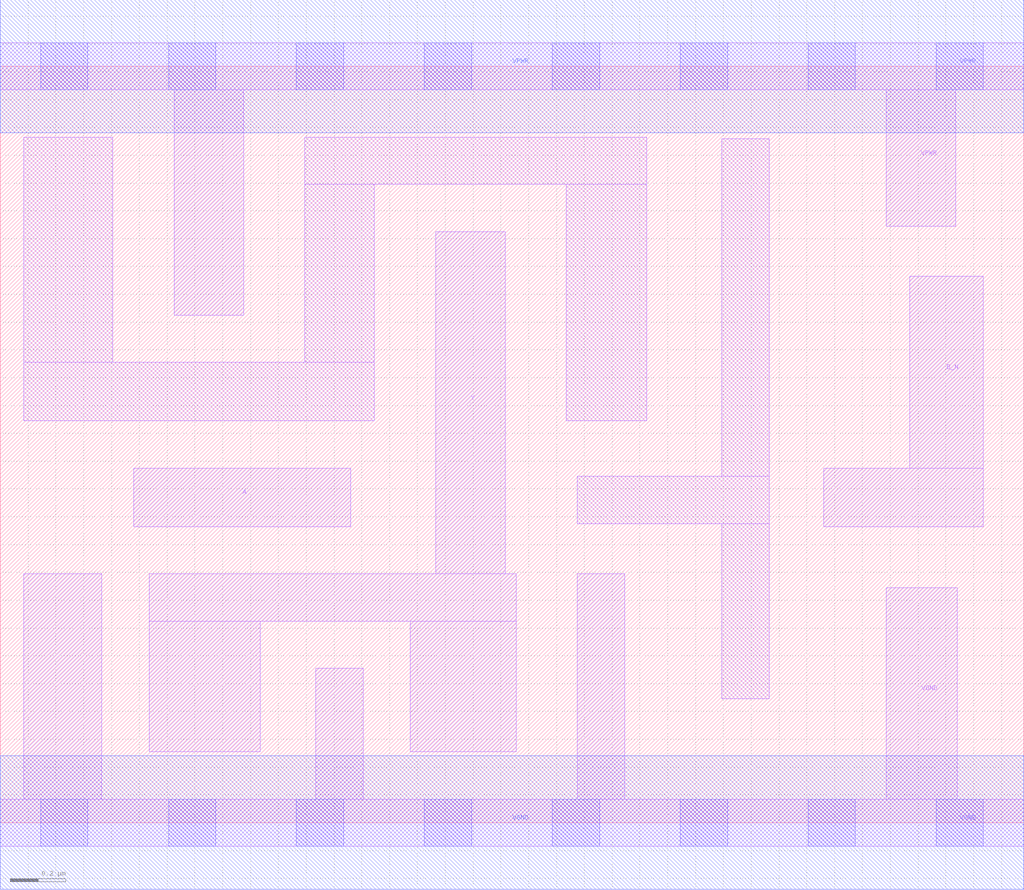
<source format=lef>
# Copyright 2020 The SkyWater PDK Authors
#
# Licensed under the Apache License, Version 2.0 (the "License");
# you may not use this file except in compliance with the License.
# You may obtain a copy of the License at
#
#     https://www.apache.org/licenses/LICENSE-2.0
#
# Unless required by applicable law or agreed to in writing, software
# distributed under the License is distributed on an "AS IS" BASIS,
# WITHOUT WARRANTIES OR CONDITIONS OF ANY KIND, either express or implied.
# See the License for the specific language governing permissions and
# limitations under the License.
#
# SPDX-License-Identifier: Apache-2.0

VERSION 5.7 ;
  NAMESCASESENSITIVE ON ;
  NOWIREEXTENSIONATPIN ON ;
  DIVIDERCHAR "/" ;
  BUSBITCHARS "[]" ;
UNITS
  DATABASE MICRONS 200 ;
END UNITS
PROPERTYDEFINITIONS
  MACRO maskLayoutSubType STRING ;
  MACRO prCellType STRING ;
  MACRO originalViewName STRING ;
END PROPERTYDEFINITIONS
MACRO sky130_fd_sc_hdll__nor2b_2
  CLASS CORE ;
  FOREIGN sky130_fd_sc_hdll__nor2b_2 ;
  ORIGIN  0.000000  0.000000 ;
  SIZE  3.680000 BY  2.720000 ;
  SYMMETRY X Y R90 ;
  SITE unithd ;
  PIN A
    ANTENNAGATEAREA  0.555000 ;
    DIRECTION INPUT ;
    USE SIGNAL ;
    PORT
      LAYER li1 ;
        RECT 0.480000 1.065000 1.260000 1.275000 ;
    END
  END A
  PIN B_N
    ANTENNAGATEAREA  0.138600 ;
    DIRECTION INPUT ;
    USE SIGNAL ;
    PORT
      LAYER li1 ;
        RECT 2.960000 1.065000 3.535000 1.275000 ;
        RECT 3.270000 1.275000 3.535000 1.965000 ;
    END
  END B_N
  PIN VGND
    ANTENNADIFFAREA  0.685950 ;
    DIRECTION INOUT ;
    USE SIGNAL ;
    PORT
      LAYER li1 ;
        RECT 0.000000 -0.085000 3.680000 0.085000 ;
        RECT 0.085000  0.085000 0.365000 0.895000 ;
        RECT 1.135000  0.085000 1.305000 0.555000 ;
        RECT 2.075000  0.085000 2.245000 0.895000 ;
        RECT 3.185000  0.085000 3.440000 0.845000 ;
      LAYER mcon ;
        RECT 0.145000 -0.085000 0.315000 0.085000 ;
        RECT 0.605000 -0.085000 0.775000 0.085000 ;
        RECT 1.065000 -0.085000 1.235000 0.085000 ;
        RECT 1.525000 -0.085000 1.695000 0.085000 ;
        RECT 1.985000 -0.085000 2.155000 0.085000 ;
        RECT 2.445000 -0.085000 2.615000 0.085000 ;
        RECT 2.905000 -0.085000 3.075000 0.085000 ;
        RECT 3.365000 -0.085000 3.535000 0.085000 ;
      LAYER met1 ;
        RECT 0.000000 -0.240000 3.680000 0.240000 ;
    END
  END VGND
  PIN VPWR
    ANTENNADIFFAREA  0.403400 ;
    DIRECTION INOUT ;
    USE SIGNAL ;
    PORT
      LAYER li1 ;
        RECT 0.000000 2.635000 3.680000 2.805000 ;
        RECT 0.625000 1.825000 0.875000 2.635000 ;
        RECT 3.185000 2.145000 3.435000 2.635000 ;
      LAYER mcon ;
        RECT 0.145000 2.635000 0.315000 2.805000 ;
        RECT 0.605000 2.635000 0.775000 2.805000 ;
        RECT 1.065000 2.635000 1.235000 2.805000 ;
        RECT 1.525000 2.635000 1.695000 2.805000 ;
        RECT 1.985000 2.635000 2.155000 2.805000 ;
        RECT 2.445000 2.635000 2.615000 2.805000 ;
        RECT 2.905000 2.635000 3.075000 2.805000 ;
        RECT 3.365000 2.635000 3.535000 2.805000 ;
      LAYER met1 ;
        RECT 0.000000 2.480000 3.680000 2.960000 ;
    END
  END VPWR
  PIN Y
    ANTENNADIFFAREA  0.738500 ;
    DIRECTION OUTPUT ;
    USE SIGNAL ;
    PORT
      LAYER li1 ;
        RECT 0.535000 0.255000 0.935000 0.725000 ;
        RECT 0.535000 0.725000 1.855000 0.895000 ;
        RECT 1.475000 0.255000 1.855000 0.725000 ;
        RECT 1.565000 0.895000 1.815000 2.125000 ;
    END
  END Y
  OBS
    LAYER li1 ;
      RECT 0.085000 1.445000 1.345000 1.655000 ;
      RECT 0.085000 1.655000 0.405000 2.465000 ;
      RECT 1.095000 1.655000 1.345000 2.295000 ;
      RECT 1.095000 2.295000 2.325000 2.465000 ;
      RECT 2.035000 1.445000 2.325000 2.295000 ;
      RECT 2.075000 1.075000 2.765000 1.245000 ;
      RECT 2.595000 0.445000 2.765000 1.075000 ;
      RECT 2.595000 1.245000 2.765000 2.460000 ;
  END
  PROPERTY maskLayoutSubType "abstract" ;
  PROPERTY prCellType "standard" ;
  PROPERTY originalViewName "layout" ;
END sky130_fd_sc_hdll__nor2b_2

</source>
